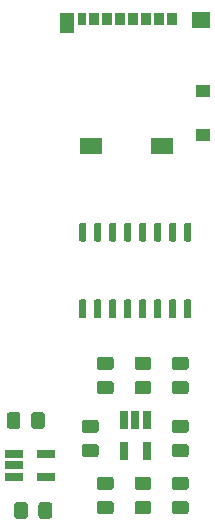
<source format=gbr>
G04 #@! TF.GenerationSoftware,KiCad,Pcbnew,(5.1.5)-3*
G04 #@! TF.CreationDate,2020-05-03T13:25:38+02:00*
G04 #@! TF.ProjectId,SPY_RECORDER-FBV010,5350595f-5245-4434-9f52-4445522d4642,v0.00*
G04 #@! TF.SameCoordinates,PX7d7a120PY7cfe0c0*
G04 #@! TF.FileFunction,Paste,Bot*
G04 #@! TF.FilePolarity,Positive*
%FSLAX46Y46*%
G04 Gerber Fmt 4.6, Leading zero omitted, Abs format (unit mm)*
G04 Created by KiCad (PCBNEW (5.1.5)-3) date 2020-05-03 13:25:38*
%MOMM*%
%LPD*%
G04 APERTURE LIST*
%ADD10C,0.100000*%
%ADD11R,0.850000X1.100000*%
%ADD12R,0.750000X1.100000*%
%ADD13R,1.170000X1.800000*%
%ADD14R,1.550000X1.350000*%
%ADD15R,1.200000X1.000000*%
%ADD16R,1.900000X1.350000*%
%ADD17R,1.560000X0.650000*%
%ADD18R,0.650000X1.560000*%
G04 APERTURE END LIST*
D10*
G36*
X3896505Y25082796D02*
G01*
X3920773Y25079196D01*
X3944572Y25073235D01*
X3967671Y25064970D01*
X3989850Y25054480D01*
X4010893Y25041868D01*
X4030599Y25027253D01*
X4048777Y25010777D01*
X4065253Y24992599D01*
X4079868Y24972893D01*
X4092480Y24951850D01*
X4102970Y24929671D01*
X4111235Y24906572D01*
X4117196Y24882773D01*
X4120796Y24858505D01*
X4122000Y24834001D01*
X4122000Y23933999D01*
X4120796Y23909495D01*
X4117196Y23885227D01*
X4111235Y23861428D01*
X4102970Y23838329D01*
X4092480Y23816150D01*
X4079868Y23795107D01*
X4065253Y23775401D01*
X4048777Y23757223D01*
X4030599Y23740747D01*
X4010893Y23726132D01*
X3989850Y23713520D01*
X3967671Y23703030D01*
X3944572Y23694765D01*
X3920773Y23688804D01*
X3896505Y23685204D01*
X3872001Y23684000D01*
X3221999Y23684000D01*
X3197495Y23685204D01*
X3173227Y23688804D01*
X3149428Y23694765D01*
X3126329Y23703030D01*
X3104150Y23713520D01*
X3083107Y23726132D01*
X3063401Y23740747D01*
X3045223Y23757223D01*
X3028747Y23775401D01*
X3014132Y23795107D01*
X3001520Y23816150D01*
X2991030Y23838329D01*
X2982765Y23861428D01*
X2976804Y23885227D01*
X2973204Y23909495D01*
X2972000Y23933999D01*
X2972000Y24834001D01*
X2973204Y24858505D01*
X2976804Y24882773D01*
X2982765Y24906572D01*
X2991030Y24929671D01*
X3001520Y24951850D01*
X3014132Y24972893D01*
X3028747Y24992599D01*
X3045223Y25010777D01*
X3063401Y25027253D01*
X3083107Y25041868D01*
X3104150Y25054480D01*
X3126329Y25064970D01*
X3149428Y25073235D01*
X3173227Y25079196D01*
X3197495Y25082796D01*
X3221999Y25084000D01*
X3872001Y25084000D01*
X3896505Y25082796D01*
G37*
G36*
X5946505Y25082796D02*
G01*
X5970773Y25079196D01*
X5994572Y25073235D01*
X6017671Y25064970D01*
X6039850Y25054480D01*
X6060893Y25041868D01*
X6080599Y25027253D01*
X6098777Y25010777D01*
X6115253Y24992599D01*
X6129868Y24972893D01*
X6142480Y24951850D01*
X6152970Y24929671D01*
X6161235Y24906572D01*
X6167196Y24882773D01*
X6170796Y24858505D01*
X6172000Y24834001D01*
X6172000Y23933999D01*
X6170796Y23909495D01*
X6167196Y23885227D01*
X6161235Y23861428D01*
X6152970Y23838329D01*
X6142480Y23816150D01*
X6129868Y23795107D01*
X6115253Y23775401D01*
X6098777Y23757223D01*
X6080599Y23740747D01*
X6060893Y23726132D01*
X6039850Y23713520D01*
X6017671Y23703030D01*
X5994572Y23694765D01*
X5970773Y23688804D01*
X5946505Y23685204D01*
X5922001Y23684000D01*
X5271999Y23684000D01*
X5247495Y23685204D01*
X5223227Y23688804D01*
X5199428Y23694765D01*
X5176329Y23703030D01*
X5154150Y23713520D01*
X5133107Y23726132D01*
X5113401Y23740747D01*
X5095223Y23757223D01*
X5078747Y23775401D01*
X5064132Y23795107D01*
X5051520Y23816150D01*
X5041030Y23838329D01*
X5032765Y23861428D01*
X5026804Y23885227D01*
X5023204Y23909495D01*
X5022000Y23933999D01*
X5022000Y24834001D01*
X5023204Y24858505D01*
X5026804Y24882773D01*
X5032765Y24906572D01*
X5041030Y24929671D01*
X5051520Y24951850D01*
X5064132Y24972893D01*
X5078747Y24992599D01*
X5095223Y25010777D01*
X5113401Y25027253D01*
X5133107Y25041868D01*
X5154150Y25054480D01*
X5176329Y25064970D01*
X5199428Y25073235D01*
X5223227Y25079196D01*
X5247495Y25082796D01*
X5271999Y25084000D01*
X5922001Y25084000D01*
X5946505Y25082796D01*
G37*
G36*
X4522505Y17462796D02*
G01*
X4546773Y17459196D01*
X4570572Y17453235D01*
X4593671Y17444970D01*
X4615850Y17434480D01*
X4636893Y17421868D01*
X4656599Y17407253D01*
X4674777Y17390777D01*
X4691253Y17372599D01*
X4705868Y17352893D01*
X4718480Y17331850D01*
X4728970Y17309671D01*
X4737235Y17286572D01*
X4743196Y17262773D01*
X4746796Y17238505D01*
X4748000Y17214001D01*
X4748000Y16313999D01*
X4746796Y16289495D01*
X4743196Y16265227D01*
X4737235Y16241428D01*
X4728970Y16218329D01*
X4718480Y16196150D01*
X4705868Y16175107D01*
X4691253Y16155401D01*
X4674777Y16137223D01*
X4656599Y16120747D01*
X4636893Y16106132D01*
X4615850Y16093520D01*
X4593671Y16083030D01*
X4570572Y16074765D01*
X4546773Y16068804D01*
X4522505Y16065204D01*
X4498001Y16064000D01*
X3847999Y16064000D01*
X3823495Y16065204D01*
X3799227Y16068804D01*
X3775428Y16074765D01*
X3752329Y16083030D01*
X3730150Y16093520D01*
X3709107Y16106132D01*
X3689401Y16120747D01*
X3671223Y16137223D01*
X3654747Y16155401D01*
X3640132Y16175107D01*
X3627520Y16196150D01*
X3617030Y16218329D01*
X3608765Y16241428D01*
X3602804Y16265227D01*
X3599204Y16289495D01*
X3598000Y16313999D01*
X3598000Y17214001D01*
X3599204Y17238505D01*
X3602804Y17262773D01*
X3608765Y17286572D01*
X3617030Y17309671D01*
X3627520Y17331850D01*
X3640132Y17352893D01*
X3654747Y17372599D01*
X3671223Y17390777D01*
X3689401Y17407253D01*
X3709107Y17421868D01*
X3730150Y17434480D01*
X3752329Y17444970D01*
X3775428Y17453235D01*
X3799227Y17459196D01*
X3823495Y17462796D01*
X3847999Y17464000D01*
X4498001Y17464000D01*
X4522505Y17462796D01*
G37*
G36*
X6572505Y17462796D02*
G01*
X6596773Y17459196D01*
X6620572Y17453235D01*
X6643671Y17444970D01*
X6665850Y17434480D01*
X6686893Y17421868D01*
X6706599Y17407253D01*
X6724777Y17390777D01*
X6741253Y17372599D01*
X6755868Y17352893D01*
X6768480Y17331850D01*
X6778970Y17309671D01*
X6787235Y17286572D01*
X6793196Y17262773D01*
X6796796Y17238505D01*
X6798000Y17214001D01*
X6798000Y16313999D01*
X6796796Y16289495D01*
X6793196Y16265227D01*
X6787235Y16241428D01*
X6778970Y16218329D01*
X6768480Y16196150D01*
X6755868Y16175107D01*
X6741253Y16155401D01*
X6724777Y16137223D01*
X6706599Y16120747D01*
X6686893Y16106132D01*
X6665850Y16093520D01*
X6643671Y16083030D01*
X6620572Y16074765D01*
X6596773Y16068804D01*
X6572505Y16065204D01*
X6548001Y16064000D01*
X5897999Y16064000D01*
X5873495Y16065204D01*
X5849227Y16068804D01*
X5825428Y16074765D01*
X5802329Y16083030D01*
X5780150Y16093520D01*
X5759107Y16106132D01*
X5739401Y16120747D01*
X5721223Y16137223D01*
X5704747Y16155401D01*
X5690132Y16175107D01*
X5677520Y16196150D01*
X5667030Y16218329D01*
X5658765Y16241428D01*
X5652804Y16265227D01*
X5649204Y16289495D01*
X5648000Y16313999D01*
X5648000Y17214001D01*
X5649204Y17238505D01*
X5652804Y17262773D01*
X5658765Y17286572D01*
X5667030Y17309671D01*
X5677520Y17331850D01*
X5690132Y17352893D01*
X5704747Y17372599D01*
X5721223Y17390777D01*
X5739401Y17407253D01*
X5759107Y17421868D01*
X5780150Y17434480D01*
X5802329Y17444970D01*
X5825428Y17453235D01*
X5849227Y17459196D01*
X5873495Y17462796D01*
X5897999Y17464000D01*
X6548001Y17464000D01*
X6572505Y17462796D01*
G37*
G36*
X14952505Y19632796D02*
G01*
X14976773Y19629196D01*
X15000572Y19623235D01*
X15023671Y19614970D01*
X15045850Y19604480D01*
X15066893Y19591868D01*
X15086599Y19577253D01*
X15104777Y19560777D01*
X15121253Y19542599D01*
X15135868Y19522893D01*
X15148480Y19501850D01*
X15158970Y19479671D01*
X15167235Y19456572D01*
X15173196Y19432773D01*
X15176796Y19408505D01*
X15178000Y19384001D01*
X15178000Y18733999D01*
X15176796Y18709495D01*
X15173196Y18685227D01*
X15167235Y18661428D01*
X15158970Y18638329D01*
X15148480Y18616150D01*
X15135868Y18595107D01*
X15121253Y18575401D01*
X15104777Y18557223D01*
X15086599Y18540747D01*
X15066893Y18526132D01*
X15045850Y18513520D01*
X15023671Y18503030D01*
X15000572Y18494765D01*
X14976773Y18488804D01*
X14952505Y18485204D01*
X14928001Y18484000D01*
X14027999Y18484000D01*
X14003495Y18485204D01*
X13979227Y18488804D01*
X13955428Y18494765D01*
X13932329Y18503030D01*
X13910150Y18513520D01*
X13889107Y18526132D01*
X13869401Y18540747D01*
X13851223Y18557223D01*
X13834747Y18575401D01*
X13820132Y18595107D01*
X13807520Y18616150D01*
X13797030Y18638329D01*
X13788765Y18661428D01*
X13782804Y18685227D01*
X13779204Y18709495D01*
X13778000Y18733999D01*
X13778000Y19384001D01*
X13779204Y19408505D01*
X13782804Y19432773D01*
X13788765Y19456572D01*
X13797030Y19479671D01*
X13807520Y19501850D01*
X13820132Y19522893D01*
X13834747Y19542599D01*
X13851223Y19560777D01*
X13869401Y19577253D01*
X13889107Y19591868D01*
X13910150Y19604480D01*
X13932329Y19614970D01*
X13955428Y19623235D01*
X13979227Y19629196D01*
X14003495Y19632796D01*
X14027999Y19634000D01*
X14928001Y19634000D01*
X14952505Y19632796D01*
G37*
G36*
X14952505Y17582796D02*
G01*
X14976773Y17579196D01*
X15000572Y17573235D01*
X15023671Y17564970D01*
X15045850Y17554480D01*
X15066893Y17541868D01*
X15086599Y17527253D01*
X15104777Y17510777D01*
X15121253Y17492599D01*
X15135868Y17472893D01*
X15148480Y17451850D01*
X15158970Y17429671D01*
X15167235Y17406572D01*
X15173196Y17382773D01*
X15176796Y17358505D01*
X15178000Y17334001D01*
X15178000Y16683999D01*
X15176796Y16659495D01*
X15173196Y16635227D01*
X15167235Y16611428D01*
X15158970Y16588329D01*
X15148480Y16566150D01*
X15135868Y16545107D01*
X15121253Y16525401D01*
X15104777Y16507223D01*
X15086599Y16490747D01*
X15066893Y16476132D01*
X15045850Y16463520D01*
X15023671Y16453030D01*
X15000572Y16444765D01*
X14976773Y16438804D01*
X14952505Y16435204D01*
X14928001Y16434000D01*
X14027999Y16434000D01*
X14003495Y16435204D01*
X13979227Y16438804D01*
X13955428Y16444765D01*
X13932329Y16453030D01*
X13910150Y16463520D01*
X13889107Y16476132D01*
X13869401Y16490747D01*
X13851223Y16507223D01*
X13834747Y16525401D01*
X13820132Y16545107D01*
X13807520Y16566150D01*
X13797030Y16588329D01*
X13788765Y16611428D01*
X13782804Y16635227D01*
X13779204Y16659495D01*
X13778000Y16683999D01*
X13778000Y17334001D01*
X13779204Y17358505D01*
X13782804Y17382773D01*
X13788765Y17406572D01*
X13797030Y17429671D01*
X13807520Y17451850D01*
X13820132Y17472893D01*
X13834747Y17492599D01*
X13851223Y17510777D01*
X13869401Y17527253D01*
X13889107Y17541868D01*
X13910150Y17554480D01*
X13932329Y17564970D01*
X13955428Y17573235D01*
X13979227Y17579196D01*
X14003495Y17582796D01*
X14027999Y17584000D01*
X14928001Y17584000D01*
X14952505Y17582796D01*
G37*
G36*
X11777505Y27742796D02*
G01*
X11801773Y27739196D01*
X11825572Y27733235D01*
X11848671Y27724970D01*
X11870850Y27714480D01*
X11891893Y27701868D01*
X11911599Y27687253D01*
X11929777Y27670777D01*
X11946253Y27652599D01*
X11960868Y27632893D01*
X11973480Y27611850D01*
X11983970Y27589671D01*
X11992235Y27566572D01*
X11998196Y27542773D01*
X12001796Y27518505D01*
X12003000Y27494001D01*
X12003000Y26843999D01*
X12001796Y26819495D01*
X11998196Y26795227D01*
X11992235Y26771428D01*
X11983970Y26748329D01*
X11973480Y26726150D01*
X11960868Y26705107D01*
X11946253Y26685401D01*
X11929777Y26667223D01*
X11911599Y26650747D01*
X11891893Y26636132D01*
X11870850Y26623520D01*
X11848671Y26613030D01*
X11825572Y26604765D01*
X11801773Y26598804D01*
X11777505Y26595204D01*
X11753001Y26594000D01*
X10852999Y26594000D01*
X10828495Y26595204D01*
X10804227Y26598804D01*
X10780428Y26604765D01*
X10757329Y26613030D01*
X10735150Y26623520D01*
X10714107Y26636132D01*
X10694401Y26650747D01*
X10676223Y26667223D01*
X10659747Y26685401D01*
X10645132Y26705107D01*
X10632520Y26726150D01*
X10622030Y26748329D01*
X10613765Y26771428D01*
X10607804Y26795227D01*
X10604204Y26819495D01*
X10603000Y26843999D01*
X10603000Y27494001D01*
X10604204Y27518505D01*
X10607804Y27542773D01*
X10613765Y27566572D01*
X10622030Y27589671D01*
X10632520Y27611850D01*
X10645132Y27632893D01*
X10659747Y27652599D01*
X10676223Y27670777D01*
X10694401Y27687253D01*
X10714107Y27701868D01*
X10735150Y27714480D01*
X10757329Y27724970D01*
X10780428Y27733235D01*
X10804227Y27739196D01*
X10828495Y27742796D01*
X10852999Y27744000D01*
X11753001Y27744000D01*
X11777505Y27742796D01*
G37*
G36*
X11777505Y29792796D02*
G01*
X11801773Y29789196D01*
X11825572Y29783235D01*
X11848671Y29774970D01*
X11870850Y29764480D01*
X11891893Y29751868D01*
X11911599Y29737253D01*
X11929777Y29720777D01*
X11946253Y29702599D01*
X11960868Y29682893D01*
X11973480Y29661850D01*
X11983970Y29639671D01*
X11992235Y29616572D01*
X11998196Y29592773D01*
X12001796Y29568505D01*
X12003000Y29544001D01*
X12003000Y28893999D01*
X12001796Y28869495D01*
X11998196Y28845227D01*
X11992235Y28821428D01*
X11983970Y28798329D01*
X11973480Y28776150D01*
X11960868Y28755107D01*
X11946253Y28735401D01*
X11929777Y28717223D01*
X11911599Y28700747D01*
X11891893Y28686132D01*
X11870850Y28673520D01*
X11848671Y28663030D01*
X11825572Y28654765D01*
X11801773Y28648804D01*
X11777505Y28645204D01*
X11753001Y28644000D01*
X10852999Y28644000D01*
X10828495Y28645204D01*
X10804227Y28648804D01*
X10780428Y28654765D01*
X10757329Y28663030D01*
X10735150Y28673520D01*
X10714107Y28686132D01*
X10694401Y28700747D01*
X10676223Y28717223D01*
X10659747Y28735401D01*
X10645132Y28755107D01*
X10632520Y28776150D01*
X10622030Y28798329D01*
X10613765Y28821428D01*
X10607804Y28845227D01*
X10604204Y28869495D01*
X10603000Y28893999D01*
X10603000Y29544001D01*
X10604204Y29568505D01*
X10607804Y29592773D01*
X10613765Y29616572D01*
X10622030Y29639671D01*
X10632520Y29661850D01*
X10645132Y29682893D01*
X10659747Y29702599D01*
X10676223Y29720777D01*
X10694401Y29737253D01*
X10714107Y29751868D01*
X10735150Y29764480D01*
X10757329Y29774970D01*
X10780428Y29783235D01*
X10804227Y29789196D01*
X10828495Y29792796D01*
X10852999Y29794000D01*
X11753001Y29794000D01*
X11777505Y29792796D01*
G37*
G36*
X10507505Y24458796D02*
G01*
X10531773Y24455196D01*
X10555572Y24449235D01*
X10578671Y24440970D01*
X10600850Y24430480D01*
X10621893Y24417868D01*
X10641599Y24403253D01*
X10659777Y24386777D01*
X10676253Y24368599D01*
X10690868Y24348893D01*
X10703480Y24327850D01*
X10713970Y24305671D01*
X10722235Y24282572D01*
X10728196Y24258773D01*
X10731796Y24234505D01*
X10733000Y24210001D01*
X10733000Y23559999D01*
X10731796Y23535495D01*
X10728196Y23511227D01*
X10722235Y23487428D01*
X10713970Y23464329D01*
X10703480Y23442150D01*
X10690868Y23421107D01*
X10676253Y23401401D01*
X10659777Y23383223D01*
X10641599Y23366747D01*
X10621893Y23352132D01*
X10600850Y23339520D01*
X10578671Y23329030D01*
X10555572Y23320765D01*
X10531773Y23314804D01*
X10507505Y23311204D01*
X10483001Y23310000D01*
X9582999Y23310000D01*
X9558495Y23311204D01*
X9534227Y23314804D01*
X9510428Y23320765D01*
X9487329Y23329030D01*
X9465150Y23339520D01*
X9444107Y23352132D01*
X9424401Y23366747D01*
X9406223Y23383223D01*
X9389747Y23401401D01*
X9375132Y23421107D01*
X9362520Y23442150D01*
X9352030Y23464329D01*
X9343765Y23487428D01*
X9337804Y23511227D01*
X9334204Y23535495D01*
X9333000Y23559999D01*
X9333000Y24210001D01*
X9334204Y24234505D01*
X9337804Y24258773D01*
X9343765Y24282572D01*
X9352030Y24305671D01*
X9362520Y24327850D01*
X9375132Y24348893D01*
X9389747Y24368599D01*
X9406223Y24386777D01*
X9424401Y24403253D01*
X9444107Y24417868D01*
X9465150Y24430480D01*
X9487329Y24440970D01*
X9510428Y24449235D01*
X9534227Y24455196D01*
X9558495Y24458796D01*
X9582999Y24460000D01*
X10483001Y24460000D01*
X10507505Y24458796D01*
G37*
G36*
X10507505Y22408796D02*
G01*
X10531773Y22405196D01*
X10555572Y22399235D01*
X10578671Y22390970D01*
X10600850Y22380480D01*
X10621893Y22367868D01*
X10641599Y22353253D01*
X10659777Y22336777D01*
X10676253Y22318599D01*
X10690868Y22298893D01*
X10703480Y22277850D01*
X10713970Y22255671D01*
X10722235Y22232572D01*
X10728196Y22208773D01*
X10731796Y22184505D01*
X10733000Y22160001D01*
X10733000Y21509999D01*
X10731796Y21485495D01*
X10728196Y21461227D01*
X10722235Y21437428D01*
X10713970Y21414329D01*
X10703480Y21392150D01*
X10690868Y21371107D01*
X10676253Y21351401D01*
X10659777Y21333223D01*
X10641599Y21316747D01*
X10621893Y21302132D01*
X10600850Y21289520D01*
X10578671Y21279030D01*
X10555572Y21270765D01*
X10531773Y21264804D01*
X10507505Y21261204D01*
X10483001Y21260000D01*
X9582999Y21260000D01*
X9558495Y21261204D01*
X9534227Y21264804D01*
X9510428Y21270765D01*
X9487329Y21279030D01*
X9465150Y21289520D01*
X9444107Y21302132D01*
X9424401Y21316747D01*
X9406223Y21333223D01*
X9389747Y21351401D01*
X9375132Y21371107D01*
X9362520Y21392150D01*
X9352030Y21414329D01*
X9343765Y21437428D01*
X9337804Y21461227D01*
X9334204Y21485495D01*
X9333000Y21509999D01*
X9333000Y22160001D01*
X9334204Y22184505D01*
X9337804Y22208773D01*
X9343765Y22232572D01*
X9352030Y22255671D01*
X9362520Y22277850D01*
X9375132Y22298893D01*
X9389747Y22318599D01*
X9406223Y22336777D01*
X9424401Y22353253D01*
X9444107Y22367868D01*
X9465150Y22380480D01*
X9487329Y22390970D01*
X9510428Y22399235D01*
X9534227Y22405196D01*
X9558495Y22408796D01*
X9582999Y22410000D01*
X10483001Y22410000D01*
X10507505Y22408796D01*
G37*
D11*
X16948000Y58409000D03*
D12*
X9298000Y58409000D03*
D11*
X15848000Y58409000D03*
X14748000Y58409000D03*
X13648000Y58409000D03*
X12548000Y58409000D03*
X11448000Y58409000D03*
X10348000Y58409000D03*
D13*
X8088000Y58059000D03*
D14*
X19408000Y58284000D03*
D15*
X19583000Y48559000D03*
X19583000Y52259000D03*
D16*
X16083000Y47584000D03*
X10113000Y47584000D03*
D10*
G36*
X11777505Y19632796D02*
G01*
X11801773Y19629196D01*
X11825572Y19623235D01*
X11848671Y19614970D01*
X11870850Y19604480D01*
X11891893Y19591868D01*
X11911599Y19577253D01*
X11929777Y19560777D01*
X11946253Y19542599D01*
X11960868Y19522893D01*
X11973480Y19501850D01*
X11983970Y19479671D01*
X11992235Y19456572D01*
X11998196Y19432773D01*
X12001796Y19408505D01*
X12003000Y19384001D01*
X12003000Y18733999D01*
X12001796Y18709495D01*
X11998196Y18685227D01*
X11992235Y18661428D01*
X11983970Y18638329D01*
X11973480Y18616150D01*
X11960868Y18595107D01*
X11946253Y18575401D01*
X11929777Y18557223D01*
X11911599Y18540747D01*
X11891893Y18526132D01*
X11870850Y18513520D01*
X11848671Y18503030D01*
X11825572Y18494765D01*
X11801773Y18488804D01*
X11777505Y18485204D01*
X11753001Y18484000D01*
X10852999Y18484000D01*
X10828495Y18485204D01*
X10804227Y18488804D01*
X10780428Y18494765D01*
X10757329Y18503030D01*
X10735150Y18513520D01*
X10714107Y18526132D01*
X10694401Y18540747D01*
X10676223Y18557223D01*
X10659747Y18575401D01*
X10645132Y18595107D01*
X10632520Y18616150D01*
X10622030Y18638329D01*
X10613765Y18661428D01*
X10607804Y18685227D01*
X10604204Y18709495D01*
X10603000Y18733999D01*
X10603000Y19384001D01*
X10604204Y19408505D01*
X10607804Y19432773D01*
X10613765Y19456572D01*
X10622030Y19479671D01*
X10632520Y19501850D01*
X10645132Y19522893D01*
X10659747Y19542599D01*
X10676223Y19560777D01*
X10694401Y19577253D01*
X10714107Y19591868D01*
X10735150Y19604480D01*
X10757329Y19614970D01*
X10780428Y19623235D01*
X10804227Y19629196D01*
X10828495Y19632796D01*
X10852999Y19634000D01*
X11753001Y19634000D01*
X11777505Y19632796D01*
G37*
G36*
X11777505Y17582796D02*
G01*
X11801773Y17579196D01*
X11825572Y17573235D01*
X11848671Y17564970D01*
X11870850Y17554480D01*
X11891893Y17541868D01*
X11911599Y17527253D01*
X11929777Y17510777D01*
X11946253Y17492599D01*
X11960868Y17472893D01*
X11973480Y17451850D01*
X11983970Y17429671D01*
X11992235Y17406572D01*
X11998196Y17382773D01*
X12001796Y17358505D01*
X12003000Y17334001D01*
X12003000Y16683999D01*
X12001796Y16659495D01*
X11998196Y16635227D01*
X11992235Y16611428D01*
X11983970Y16588329D01*
X11973480Y16566150D01*
X11960868Y16545107D01*
X11946253Y16525401D01*
X11929777Y16507223D01*
X11911599Y16490747D01*
X11891893Y16476132D01*
X11870850Y16463520D01*
X11848671Y16453030D01*
X11825572Y16444765D01*
X11801773Y16438804D01*
X11777505Y16435204D01*
X11753001Y16434000D01*
X10852999Y16434000D01*
X10828495Y16435204D01*
X10804227Y16438804D01*
X10780428Y16444765D01*
X10757329Y16453030D01*
X10735150Y16463520D01*
X10714107Y16476132D01*
X10694401Y16490747D01*
X10676223Y16507223D01*
X10659747Y16525401D01*
X10645132Y16545107D01*
X10632520Y16566150D01*
X10622030Y16588329D01*
X10613765Y16611428D01*
X10607804Y16635227D01*
X10604204Y16659495D01*
X10603000Y16683999D01*
X10603000Y17334001D01*
X10604204Y17358505D01*
X10607804Y17382773D01*
X10613765Y17406572D01*
X10622030Y17429671D01*
X10632520Y17451850D01*
X10645132Y17472893D01*
X10659747Y17492599D01*
X10676223Y17510777D01*
X10694401Y17527253D01*
X10714107Y17541868D01*
X10735150Y17554480D01*
X10757329Y17564970D01*
X10780428Y17573235D01*
X10804227Y17579196D01*
X10828495Y17582796D01*
X10852999Y17584000D01*
X11753001Y17584000D01*
X11777505Y17582796D01*
G37*
G36*
X18127505Y17582796D02*
G01*
X18151773Y17579196D01*
X18175572Y17573235D01*
X18198671Y17564970D01*
X18220850Y17554480D01*
X18241893Y17541868D01*
X18261599Y17527253D01*
X18279777Y17510777D01*
X18296253Y17492599D01*
X18310868Y17472893D01*
X18323480Y17451850D01*
X18333970Y17429671D01*
X18342235Y17406572D01*
X18348196Y17382773D01*
X18351796Y17358505D01*
X18353000Y17334001D01*
X18353000Y16683999D01*
X18351796Y16659495D01*
X18348196Y16635227D01*
X18342235Y16611428D01*
X18333970Y16588329D01*
X18323480Y16566150D01*
X18310868Y16545107D01*
X18296253Y16525401D01*
X18279777Y16507223D01*
X18261599Y16490747D01*
X18241893Y16476132D01*
X18220850Y16463520D01*
X18198671Y16453030D01*
X18175572Y16444765D01*
X18151773Y16438804D01*
X18127505Y16435204D01*
X18103001Y16434000D01*
X17202999Y16434000D01*
X17178495Y16435204D01*
X17154227Y16438804D01*
X17130428Y16444765D01*
X17107329Y16453030D01*
X17085150Y16463520D01*
X17064107Y16476132D01*
X17044401Y16490747D01*
X17026223Y16507223D01*
X17009747Y16525401D01*
X16995132Y16545107D01*
X16982520Y16566150D01*
X16972030Y16588329D01*
X16963765Y16611428D01*
X16957804Y16635227D01*
X16954204Y16659495D01*
X16953000Y16683999D01*
X16953000Y17334001D01*
X16954204Y17358505D01*
X16957804Y17382773D01*
X16963765Y17406572D01*
X16972030Y17429671D01*
X16982520Y17451850D01*
X16995132Y17472893D01*
X17009747Y17492599D01*
X17026223Y17510777D01*
X17044401Y17527253D01*
X17064107Y17541868D01*
X17085150Y17554480D01*
X17107329Y17564970D01*
X17130428Y17573235D01*
X17154227Y17579196D01*
X17178495Y17582796D01*
X17202999Y17584000D01*
X18103001Y17584000D01*
X18127505Y17582796D01*
G37*
G36*
X18127505Y19632796D02*
G01*
X18151773Y19629196D01*
X18175572Y19623235D01*
X18198671Y19614970D01*
X18220850Y19604480D01*
X18241893Y19591868D01*
X18261599Y19577253D01*
X18279777Y19560777D01*
X18296253Y19542599D01*
X18310868Y19522893D01*
X18323480Y19501850D01*
X18333970Y19479671D01*
X18342235Y19456572D01*
X18348196Y19432773D01*
X18351796Y19408505D01*
X18353000Y19384001D01*
X18353000Y18733999D01*
X18351796Y18709495D01*
X18348196Y18685227D01*
X18342235Y18661428D01*
X18333970Y18638329D01*
X18323480Y18616150D01*
X18310868Y18595107D01*
X18296253Y18575401D01*
X18279777Y18557223D01*
X18261599Y18540747D01*
X18241893Y18526132D01*
X18220850Y18513520D01*
X18198671Y18503030D01*
X18175572Y18494765D01*
X18151773Y18488804D01*
X18127505Y18485204D01*
X18103001Y18484000D01*
X17202999Y18484000D01*
X17178495Y18485204D01*
X17154227Y18488804D01*
X17130428Y18494765D01*
X17107329Y18503030D01*
X17085150Y18513520D01*
X17064107Y18526132D01*
X17044401Y18540747D01*
X17026223Y18557223D01*
X17009747Y18575401D01*
X16995132Y18595107D01*
X16982520Y18616150D01*
X16972030Y18638329D01*
X16963765Y18661428D01*
X16957804Y18685227D01*
X16954204Y18709495D01*
X16953000Y18733999D01*
X16953000Y19384001D01*
X16954204Y19408505D01*
X16957804Y19432773D01*
X16963765Y19456572D01*
X16972030Y19479671D01*
X16982520Y19501850D01*
X16995132Y19522893D01*
X17009747Y19542599D01*
X17026223Y19560777D01*
X17044401Y19577253D01*
X17064107Y19591868D01*
X17085150Y19604480D01*
X17107329Y19614970D01*
X17130428Y19623235D01*
X17154227Y19629196D01*
X17178495Y19632796D01*
X17202999Y19634000D01*
X18103001Y19634000D01*
X18127505Y19632796D01*
G37*
G36*
X18127505Y29792796D02*
G01*
X18151773Y29789196D01*
X18175572Y29783235D01*
X18198671Y29774970D01*
X18220850Y29764480D01*
X18241893Y29751868D01*
X18261599Y29737253D01*
X18279777Y29720777D01*
X18296253Y29702599D01*
X18310868Y29682893D01*
X18323480Y29661850D01*
X18333970Y29639671D01*
X18342235Y29616572D01*
X18348196Y29592773D01*
X18351796Y29568505D01*
X18353000Y29544001D01*
X18353000Y28893999D01*
X18351796Y28869495D01*
X18348196Y28845227D01*
X18342235Y28821428D01*
X18333970Y28798329D01*
X18323480Y28776150D01*
X18310868Y28755107D01*
X18296253Y28735401D01*
X18279777Y28717223D01*
X18261599Y28700747D01*
X18241893Y28686132D01*
X18220850Y28673520D01*
X18198671Y28663030D01*
X18175572Y28654765D01*
X18151773Y28648804D01*
X18127505Y28645204D01*
X18103001Y28644000D01*
X17202999Y28644000D01*
X17178495Y28645204D01*
X17154227Y28648804D01*
X17130428Y28654765D01*
X17107329Y28663030D01*
X17085150Y28673520D01*
X17064107Y28686132D01*
X17044401Y28700747D01*
X17026223Y28717223D01*
X17009747Y28735401D01*
X16995132Y28755107D01*
X16982520Y28776150D01*
X16972030Y28798329D01*
X16963765Y28821428D01*
X16957804Y28845227D01*
X16954204Y28869495D01*
X16953000Y28893999D01*
X16953000Y29544001D01*
X16954204Y29568505D01*
X16957804Y29592773D01*
X16963765Y29616572D01*
X16972030Y29639671D01*
X16982520Y29661850D01*
X16995132Y29682893D01*
X17009747Y29702599D01*
X17026223Y29720777D01*
X17044401Y29737253D01*
X17064107Y29751868D01*
X17085150Y29764480D01*
X17107329Y29774970D01*
X17130428Y29783235D01*
X17154227Y29789196D01*
X17178495Y29792796D01*
X17202999Y29794000D01*
X18103001Y29794000D01*
X18127505Y29792796D01*
G37*
G36*
X18127505Y27742796D02*
G01*
X18151773Y27739196D01*
X18175572Y27733235D01*
X18198671Y27724970D01*
X18220850Y27714480D01*
X18241893Y27701868D01*
X18261599Y27687253D01*
X18279777Y27670777D01*
X18296253Y27652599D01*
X18310868Y27632893D01*
X18323480Y27611850D01*
X18333970Y27589671D01*
X18342235Y27566572D01*
X18348196Y27542773D01*
X18351796Y27518505D01*
X18353000Y27494001D01*
X18353000Y26843999D01*
X18351796Y26819495D01*
X18348196Y26795227D01*
X18342235Y26771428D01*
X18333970Y26748329D01*
X18323480Y26726150D01*
X18310868Y26705107D01*
X18296253Y26685401D01*
X18279777Y26667223D01*
X18261599Y26650747D01*
X18241893Y26636132D01*
X18220850Y26623520D01*
X18198671Y26613030D01*
X18175572Y26604765D01*
X18151773Y26598804D01*
X18127505Y26595204D01*
X18103001Y26594000D01*
X17202999Y26594000D01*
X17178495Y26595204D01*
X17154227Y26598804D01*
X17130428Y26604765D01*
X17107329Y26613030D01*
X17085150Y26623520D01*
X17064107Y26636132D01*
X17044401Y26650747D01*
X17026223Y26667223D01*
X17009747Y26685401D01*
X16995132Y26705107D01*
X16982520Y26726150D01*
X16972030Y26748329D01*
X16963765Y26771428D01*
X16957804Y26795227D01*
X16954204Y26819495D01*
X16953000Y26843999D01*
X16953000Y27494001D01*
X16954204Y27518505D01*
X16957804Y27542773D01*
X16963765Y27566572D01*
X16972030Y27589671D01*
X16982520Y27611850D01*
X16995132Y27632893D01*
X17009747Y27652599D01*
X17026223Y27670777D01*
X17044401Y27687253D01*
X17064107Y27701868D01*
X17085150Y27714480D01*
X17107329Y27724970D01*
X17130428Y27733235D01*
X17154227Y27739196D01*
X17178495Y27742796D01*
X17202999Y27744000D01*
X18103001Y27744000D01*
X18127505Y27742796D01*
G37*
G36*
X14952505Y29792796D02*
G01*
X14976773Y29789196D01*
X15000572Y29783235D01*
X15023671Y29774970D01*
X15045850Y29764480D01*
X15066893Y29751868D01*
X15086599Y29737253D01*
X15104777Y29720777D01*
X15121253Y29702599D01*
X15135868Y29682893D01*
X15148480Y29661850D01*
X15158970Y29639671D01*
X15167235Y29616572D01*
X15173196Y29592773D01*
X15176796Y29568505D01*
X15178000Y29544001D01*
X15178000Y28893999D01*
X15176796Y28869495D01*
X15173196Y28845227D01*
X15167235Y28821428D01*
X15158970Y28798329D01*
X15148480Y28776150D01*
X15135868Y28755107D01*
X15121253Y28735401D01*
X15104777Y28717223D01*
X15086599Y28700747D01*
X15066893Y28686132D01*
X15045850Y28673520D01*
X15023671Y28663030D01*
X15000572Y28654765D01*
X14976773Y28648804D01*
X14952505Y28645204D01*
X14928001Y28644000D01*
X14027999Y28644000D01*
X14003495Y28645204D01*
X13979227Y28648804D01*
X13955428Y28654765D01*
X13932329Y28663030D01*
X13910150Y28673520D01*
X13889107Y28686132D01*
X13869401Y28700747D01*
X13851223Y28717223D01*
X13834747Y28735401D01*
X13820132Y28755107D01*
X13807520Y28776150D01*
X13797030Y28798329D01*
X13788765Y28821428D01*
X13782804Y28845227D01*
X13779204Y28869495D01*
X13778000Y28893999D01*
X13778000Y29544001D01*
X13779204Y29568505D01*
X13782804Y29592773D01*
X13788765Y29616572D01*
X13797030Y29639671D01*
X13807520Y29661850D01*
X13820132Y29682893D01*
X13834747Y29702599D01*
X13851223Y29720777D01*
X13869401Y29737253D01*
X13889107Y29751868D01*
X13910150Y29764480D01*
X13932329Y29774970D01*
X13955428Y29783235D01*
X13979227Y29789196D01*
X14003495Y29792796D01*
X14027999Y29794000D01*
X14928001Y29794000D01*
X14952505Y29792796D01*
G37*
G36*
X14952505Y27742796D02*
G01*
X14976773Y27739196D01*
X15000572Y27733235D01*
X15023671Y27724970D01*
X15045850Y27714480D01*
X15066893Y27701868D01*
X15086599Y27687253D01*
X15104777Y27670777D01*
X15121253Y27652599D01*
X15135868Y27632893D01*
X15148480Y27611850D01*
X15158970Y27589671D01*
X15167235Y27566572D01*
X15173196Y27542773D01*
X15176796Y27518505D01*
X15178000Y27494001D01*
X15178000Y26843999D01*
X15176796Y26819495D01*
X15173196Y26795227D01*
X15167235Y26771428D01*
X15158970Y26748329D01*
X15148480Y26726150D01*
X15135868Y26705107D01*
X15121253Y26685401D01*
X15104777Y26667223D01*
X15086599Y26650747D01*
X15066893Y26636132D01*
X15045850Y26623520D01*
X15023671Y26613030D01*
X15000572Y26604765D01*
X14976773Y26598804D01*
X14952505Y26595204D01*
X14928001Y26594000D01*
X14027999Y26594000D01*
X14003495Y26595204D01*
X13979227Y26598804D01*
X13955428Y26604765D01*
X13932329Y26613030D01*
X13910150Y26623520D01*
X13889107Y26636132D01*
X13869401Y26650747D01*
X13851223Y26667223D01*
X13834747Y26685401D01*
X13820132Y26705107D01*
X13807520Y26726150D01*
X13797030Y26748329D01*
X13788765Y26771428D01*
X13782804Y26795227D01*
X13779204Y26819495D01*
X13778000Y26843999D01*
X13778000Y27494001D01*
X13779204Y27518505D01*
X13782804Y27542773D01*
X13788765Y27566572D01*
X13797030Y27589671D01*
X13807520Y27611850D01*
X13820132Y27632893D01*
X13834747Y27652599D01*
X13851223Y27670777D01*
X13869401Y27687253D01*
X13889107Y27701868D01*
X13910150Y27714480D01*
X13932329Y27724970D01*
X13955428Y27733235D01*
X13979227Y27739196D01*
X14003495Y27742796D01*
X14027999Y27744000D01*
X14928001Y27744000D01*
X14952505Y27742796D01*
G37*
G36*
X18127505Y24458796D02*
G01*
X18151773Y24455196D01*
X18175572Y24449235D01*
X18198671Y24440970D01*
X18220850Y24430480D01*
X18241893Y24417868D01*
X18261599Y24403253D01*
X18279777Y24386777D01*
X18296253Y24368599D01*
X18310868Y24348893D01*
X18323480Y24327850D01*
X18333970Y24305671D01*
X18342235Y24282572D01*
X18348196Y24258773D01*
X18351796Y24234505D01*
X18353000Y24210001D01*
X18353000Y23559999D01*
X18351796Y23535495D01*
X18348196Y23511227D01*
X18342235Y23487428D01*
X18333970Y23464329D01*
X18323480Y23442150D01*
X18310868Y23421107D01*
X18296253Y23401401D01*
X18279777Y23383223D01*
X18261599Y23366747D01*
X18241893Y23352132D01*
X18220850Y23339520D01*
X18198671Y23329030D01*
X18175572Y23320765D01*
X18151773Y23314804D01*
X18127505Y23311204D01*
X18103001Y23310000D01*
X17202999Y23310000D01*
X17178495Y23311204D01*
X17154227Y23314804D01*
X17130428Y23320765D01*
X17107329Y23329030D01*
X17085150Y23339520D01*
X17064107Y23352132D01*
X17044401Y23366747D01*
X17026223Y23383223D01*
X17009747Y23401401D01*
X16995132Y23421107D01*
X16982520Y23442150D01*
X16972030Y23464329D01*
X16963765Y23487428D01*
X16957804Y23511227D01*
X16954204Y23535495D01*
X16953000Y23559999D01*
X16953000Y24210001D01*
X16954204Y24234505D01*
X16957804Y24258773D01*
X16963765Y24282572D01*
X16972030Y24305671D01*
X16982520Y24327850D01*
X16995132Y24348893D01*
X17009747Y24368599D01*
X17026223Y24386777D01*
X17044401Y24403253D01*
X17064107Y24417868D01*
X17085150Y24430480D01*
X17107329Y24440970D01*
X17130428Y24449235D01*
X17154227Y24455196D01*
X17178495Y24458796D01*
X17202999Y24460000D01*
X18103001Y24460000D01*
X18127505Y24458796D01*
G37*
G36*
X18127505Y22408796D02*
G01*
X18151773Y22405196D01*
X18175572Y22399235D01*
X18198671Y22390970D01*
X18220850Y22380480D01*
X18241893Y22367868D01*
X18261599Y22353253D01*
X18279777Y22336777D01*
X18296253Y22318599D01*
X18310868Y22298893D01*
X18323480Y22277850D01*
X18333970Y22255671D01*
X18342235Y22232572D01*
X18348196Y22208773D01*
X18351796Y22184505D01*
X18353000Y22160001D01*
X18353000Y21509999D01*
X18351796Y21485495D01*
X18348196Y21461227D01*
X18342235Y21437428D01*
X18333970Y21414329D01*
X18323480Y21392150D01*
X18310868Y21371107D01*
X18296253Y21351401D01*
X18279777Y21333223D01*
X18261599Y21316747D01*
X18241893Y21302132D01*
X18220850Y21289520D01*
X18198671Y21279030D01*
X18175572Y21270765D01*
X18151773Y21264804D01*
X18127505Y21261204D01*
X18103001Y21260000D01*
X17202999Y21260000D01*
X17178495Y21261204D01*
X17154227Y21264804D01*
X17130428Y21270765D01*
X17107329Y21279030D01*
X17085150Y21289520D01*
X17064107Y21302132D01*
X17044401Y21316747D01*
X17026223Y21333223D01*
X17009747Y21351401D01*
X16995132Y21371107D01*
X16982520Y21392150D01*
X16972030Y21414329D01*
X16963765Y21437428D01*
X16957804Y21461227D01*
X16954204Y21485495D01*
X16953000Y21509999D01*
X16953000Y22160001D01*
X16954204Y22184505D01*
X16957804Y22208773D01*
X16963765Y22232572D01*
X16972030Y22255671D01*
X16982520Y22277850D01*
X16995132Y22298893D01*
X17009747Y22318599D01*
X17026223Y22336777D01*
X17044401Y22353253D01*
X17064107Y22367868D01*
X17085150Y22380480D01*
X17107329Y22390970D01*
X17130428Y22399235D01*
X17154227Y22405196D01*
X17178495Y22408796D01*
X17202999Y22410000D01*
X18103001Y22410000D01*
X18127505Y22408796D01*
G37*
D17*
X6303000Y19624000D03*
X6303000Y21524000D03*
X3603000Y21524000D03*
X3603000Y20574000D03*
X3603000Y19624000D03*
D18*
X12893000Y24464000D03*
X13843000Y24464000D03*
X14793000Y24464000D03*
X14793000Y21764000D03*
X12893000Y21764000D03*
D10*
G36*
X9562703Y41133278D02*
G01*
X9577264Y41131118D01*
X9591543Y41127541D01*
X9605403Y41122582D01*
X9618710Y41116288D01*
X9631336Y41108720D01*
X9643159Y41099952D01*
X9654066Y41090066D01*
X9663952Y41079159D01*
X9672720Y41067336D01*
X9680288Y41054710D01*
X9686582Y41041403D01*
X9691541Y41027543D01*
X9695118Y41013264D01*
X9697278Y40998703D01*
X9698000Y40984000D01*
X9698000Y39684000D01*
X9697278Y39669297D01*
X9695118Y39654736D01*
X9691541Y39640457D01*
X9686582Y39626597D01*
X9680288Y39613290D01*
X9672720Y39600664D01*
X9663952Y39588841D01*
X9654066Y39577934D01*
X9643159Y39568048D01*
X9631336Y39559280D01*
X9618710Y39551712D01*
X9605403Y39545418D01*
X9591543Y39540459D01*
X9577264Y39536882D01*
X9562703Y39534722D01*
X9548000Y39534000D01*
X9248000Y39534000D01*
X9233297Y39534722D01*
X9218736Y39536882D01*
X9204457Y39540459D01*
X9190597Y39545418D01*
X9177290Y39551712D01*
X9164664Y39559280D01*
X9152841Y39568048D01*
X9141934Y39577934D01*
X9132048Y39588841D01*
X9123280Y39600664D01*
X9115712Y39613290D01*
X9109418Y39626597D01*
X9104459Y39640457D01*
X9100882Y39654736D01*
X9098722Y39669297D01*
X9098000Y39684000D01*
X9098000Y40984000D01*
X9098722Y40998703D01*
X9100882Y41013264D01*
X9104459Y41027543D01*
X9109418Y41041403D01*
X9115712Y41054710D01*
X9123280Y41067336D01*
X9132048Y41079159D01*
X9141934Y41090066D01*
X9152841Y41099952D01*
X9164664Y41108720D01*
X9177290Y41116288D01*
X9190597Y41122582D01*
X9204457Y41127541D01*
X9218736Y41131118D01*
X9233297Y41133278D01*
X9248000Y41134000D01*
X9548000Y41134000D01*
X9562703Y41133278D01*
G37*
G36*
X10832703Y41133278D02*
G01*
X10847264Y41131118D01*
X10861543Y41127541D01*
X10875403Y41122582D01*
X10888710Y41116288D01*
X10901336Y41108720D01*
X10913159Y41099952D01*
X10924066Y41090066D01*
X10933952Y41079159D01*
X10942720Y41067336D01*
X10950288Y41054710D01*
X10956582Y41041403D01*
X10961541Y41027543D01*
X10965118Y41013264D01*
X10967278Y40998703D01*
X10968000Y40984000D01*
X10968000Y39684000D01*
X10967278Y39669297D01*
X10965118Y39654736D01*
X10961541Y39640457D01*
X10956582Y39626597D01*
X10950288Y39613290D01*
X10942720Y39600664D01*
X10933952Y39588841D01*
X10924066Y39577934D01*
X10913159Y39568048D01*
X10901336Y39559280D01*
X10888710Y39551712D01*
X10875403Y39545418D01*
X10861543Y39540459D01*
X10847264Y39536882D01*
X10832703Y39534722D01*
X10818000Y39534000D01*
X10518000Y39534000D01*
X10503297Y39534722D01*
X10488736Y39536882D01*
X10474457Y39540459D01*
X10460597Y39545418D01*
X10447290Y39551712D01*
X10434664Y39559280D01*
X10422841Y39568048D01*
X10411934Y39577934D01*
X10402048Y39588841D01*
X10393280Y39600664D01*
X10385712Y39613290D01*
X10379418Y39626597D01*
X10374459Y39640457D01*
X10370882Y39654736D01*
X10368722Y39669297D01*
X10368000Y39684000D01*
X10368000Y40984000D01*
X10368722Y40998703D01*
X10370882Y41013264D01*
X10374459Y41027543D01*
X10379418Y41041403D01*
X10385712Y41054710D01*
X10393280Y41067336D01*
X10402048Y41079159D01*
X10411934Y41090066D01*
X10422841Y41099952D01*
X10434664Y41108720D01*
X10447290Y41116288D01*
X10460597Y41122582D01*
X10474457Y41127541D01*
X10488736Y41131118D01*
X10503297Y41133278D01*
X10518000Y41134000D01*
X10818000Y41134000D01*
X10832703Y41133278D01*
G37*
G36*
X12102703Y41133278D02*
G01*
X12117264Y41131118D01*
X12131543Y41127541D01*
X12145403Y41122582D01*
X12158710Y41116288D01*
X12171336Y41108720D01*
X12183159Y41099952D01*
X12194066Y41090066D01*
X12203952Y41079159D01*
X12212720Y41067336D01*
X12220288Y41054710D01*
X12226582Y41041403D01*
X12231541Y41027543D01*
X12235118Y41013264D01*
X12237278Y40998703D01*
X12238000Y40984000D01*
X12238000Y39684000D01*
X12237278Y39669297D01*
X12235118Y39654736D01*
X12231541Y39640457D01*
X12226582Y39626597D01*
X12220288Y39613290D01*
X12212720Y39600664D01*
X12203952Y39588841D01*
X12194066Y39577934D01*
X12183159Y39568048D01*
X12171336Y39559280D01*
X12158710Y39551712D01*
X12145403Y39545418D01*
X12131543Y39540459D01*
X12117264Y39536882D01*
X12102703Y39534722D01*
X12088000Y39534000D01*
X11788000Y39534000D01*
X11773297Y39534722D01*
X11758736Y39536882D01*
X11744457Y39540459D01*
X11730597Y39545418D01*
X11717290Y39551712D01*
X11704664Y39559280D01*
X11692841Y39568048D01*
X11681934Y39577934D01*
X11672048Y39588841D01*
X11663280Y39600664D01*
X11655712Y39613290D01*
X11649418Y39626597D01*
X11644459Y39640457D01*
X11640882Y39654736D01*
X11638722Y39669297D01*
X11638000Y39684000D01*
X11638000Y40984000D01*
X11638722Y40998703D01*
X11640882Y41013264D01*
X11644459Y41027543D01*
X11649418Y41041403D01*
X11655712Y41054710D01*
X11663280Y41067336D01*
X11672048Y41079159D01*
X11681934Y41090066D01*
X11692841Y41099952D01*
X11704664Y41108720D01*
X11717290Y41116288D01*
X11730597Y41122582D01*
X11744457Y41127541D01*
X11758736Y41131118D01*
X11773297Y41133278D01*
X11788000Y41134000D01*
X12088000Y41134000D01*
X12102703Y41133278D01*
G37*
G36*
X13372703Y41133278D02*
G01*
X13387264Y41131118D01*
X13401543Y41127541D01*
X13415403Y41122582D01*
X13428710Y41116288D01*
X13441336Y41108720D01*
X13453159Y41099952D01*
X13464066Y41090066D01*
X13473952Y41079159D01*
X13482720Y41067336D01*
X13490288Y41054710D01*
X13496582Y41041403D01*
X13501541Y41027543D01*
X13505118Y41013264D01*
X13507278Y40998703D01*
X13508000Y40984000D01*
X13508000Y39684000D01*
X13507278Y39669297D01*
X13505118Y39654736D01*
X13501541Y39640457D01*
X13496582Y39626597D01*
X13490288Y39613290D01*
X13482720Y39600664D01*
X13473952Y39588841D01*
X13464066Y39577934D01*
X13453159Y39568048D01*
X13441336Y39559280D01*
X13428710Y39551712D01*
X13415403Y39545418D01*
X13401543Y39540459D01*
X13387264Y39536882D01*
X13372703Y39534722D01*
X13358000Y39534000D01*
X13058000Y39534000D01*
X13043297Y39534722D01*
X13028736Y39536882D01*
X13014457Y39540459D01*
X13000597Y39545418D01*
X12987290Y39551712D01*
X12974664Y39559280D01*
X12962841Y39568048D01*
X12951934Y39577934D01*
X12942048Y39588841D01*
X12933280Y39600664D01*
X12925712Y39613290D01*
X12919418Y39626597D01*
X12914459Y39640457D01*
X12910882Y39654736D01*
X12908722Y39669297D01*
X12908000Y39684000D01*
X12908000Y40984000D01*
X12908722Y40998703D01*
X12910882Y41013264D01*
X12914459Y41027543D01*
X12919418Y41041403D01*
X12925712Y41054710D01*
X12933280Y41067336D01*
X12942048Y41079159D01*
X12951934Y41090066D01*
X12962841Y41099952D01*
X12974664Y41108720D01*
X12987290Y41116288D01*
X13000597Y41122582D01*
X13014457Y41127541D01*
X13028736Y41131118D01*
X13043297Y41133278D01*
X13058000Y41134000D01*
X13358000Y41134000D01*
X13372703Y41133278D01*
G37*
G36*
X14642703Y41133278D02*
G01*
X14657264Y41131118D01*
X14671543Y41127541D01*
X14685403Y41122582D01*
X14698710Y41116288D01*
X14711336Y41108720D01*
X14723159Y41099952D01*
X14734066Y41090066D01*
X14743952Y41079159D01*
X14752720Y41067336D01*
X14760288Y41054710D01*
X14766582Y41041403D01*
X14771541Y41027543D01*
X14775118Y41013264D01*
X14777278Y40998703D01*
X14778000Y40984000D01*
X14778000Y39684000D01*
X14777278Y39669297D01*
X14775118Y39654736D01*
X14771541Y39640457D01*
X14766582Y39626597D01*
X14760288Y39613290D01*
X14752720Y39600664D01*
X14743952Y39588841D01*
X14734066Y39577934D01*
X14723159Y39568048D01*
X14711336Y39559280D01*
X14698710Y39551712D01*
X14685403Y39545418D01*
X14671543Y39540459D01*
X14657264Y39536882D01*
X14642703Y39534722D01*
X14628000Y39534000D01*
X14328000Y39534000D01*
X14313297Y39534722D01*
X14298736Y39536882D01*
X14284457Y39540459D01*
X14270597Y39545418D01*
X14257290Y39551712D01*
X14244664Y39559280D01*
X14232841Y39568048D01*
X14221934Y39577934D01*
X14212048Y39588841D01*
X14203280Y39600664D01*
X14195712Y39613290D01*
X14189418Y39626597D01*
X14184459Y39640457D01*
X14180882Y39654736D01*
X14178722Y39669297D01*
X14178000Y39684000D01*
X14178000Y40984000D01*
X14178722Y40998703D01*
X14180882Y41013264D01*
X14184459Y41027543D01*
X14189418Y41041403D01*
X14195712Y41054710D01*
X14203280Y41067336D01*
X14212048Y41079159D01*
X14221934Y41090066D01*
X14232841Y41099952D01*
X14244664Y41108720D01*
X14257290Y41116288D01*
X14270597Y41122582D01*
X14284457Y41127541D01*
X14298736Y41131118D01*
X14313297Y41133278D01*
X14328000Y41134000D01*
X14628000Y41134000D01*
X14642703Y41133278D01*
G37*
G36*
X15912703Y41133278D02*
G01*
X15927264Y41131118D01*
X15941543Y41127541D01*
X15955403Y41122582D01*
X15968710Y41116288D01*
X15981336Y41108720D01*
X15993159Y41099952D01*
X16004066Y41090066D01*
X16013952Y41079159D01*
X16022720Y41067336D01*
X16030288Y41054710D01*
X16036582Y41041403D01*
X16041541Y41027543D01*
X16045118Y41013264D01*
X16047278Y40998703D01*
X16048000Y40984000D01*
X16048000Y39684000D01*
X16047278Y39669297D01*
X16045118Y39654736D01*
X16041541Y39640457D01*
X16036582Y39626597D01*
X16030288Y39613290D01*
X16022720Y39600664D01*
X16013952Y39588841D01*
X16004066Y39577934D01*
X15993159Y39568048D01*
X15981336Y39559280D01*
X15968710Y39551712D01*
X15955403Y39545418D01*
X15941543Y39540459D01*
X15927264Y39536882D01*
X15912703Y39534722D01*
X15898000Y39534000D01*
X15598000Y39534000D01*
X15583297Y39534722D01*
X15568736Y39536882D01*
X15554457Y39540459D01*
X15540597Y39545418D01*
X15527290Y39551712D01*
X15514664Y39559280D01*
X15502841Y39568048D01*
X15491934Y39577934D01*
X15482048Y39588841D01*
X15473280Y39600664D01*
X15465712Y39613290D01*
X15459418Y39626597D01*
X15454459Y39640457D01*
X15450882Y39654736D01*
X15448722Y39669297D01*
X15448000Y39684000D01*
X15448000Y40984000D01*
X15448722Y40998703D01*
X15450882Y41013264D01*
X15454459Y41027543D01*
X15459418Y41041403D01*
X15465712Y41054710D01*
X15473280Y41067336D01*
X15482048Y41079159D01*
X15491934Y41090066D01*
X15502841Y41099952D01*
X15514664Y41108720D01*
X15527290Y41116288D01*
X15540597Y41122582D01*
X15554457Y41127541D01*
X15568736Y41131118D01*
X15583297Y41133278D01*
X15598000Y41134000D01*
X15898000Y41134000D01*
X15912703Y41133278D01*
G37*
G36*
X17182703Y41133278D02*
G01*
X17197264Y41131118D01*
X17211543Y41127541D01*
X17225403Y41122582D01*
X17238710Y41116288D01*
X17251336Y41108720D01*
X17263159Y41099952D01*
X17274066Y41090066D01*
X17283952Y41079159D01*
X17292720Y41067336D01*
X17300288Y41054710D01*
X17306582Y41041403D01*
X17311541Y41027543D01*
X17315118Y41013264D01*
X17317278Y40998703D01*
X17318000Y40984000D01*
X17318000Y39684000D01*
X17317278Y39669297D01*
X17315118Y39654736D01*
X17311541Y39640457D01*
X17306582Y39626597D01*
X17300288Y39613290D01*
X17292720Y39600664D01*
X17283952Y39588841D01*
X17274066Y39577934D01*
X17263159Y39568048D01*
X17251336Y39559280D01*
X17238710Y39551712D01*
X17225403Y39545418D01*
X17211543Y39540459D01*
X17197264Y39536882D01*
X17182703Y39534722D01*
X17168000Y39534000D01*
X16868000Y39534000D01*
X16853297Y39534722D01*
X16838736Y39536882D01*
X16824457Y39540459D01*
X16810597Y39545418D01*
X16797290Y39551712D01*
X16784664Y39559280D01*
X16772841Y39568048D01*
X16761934Y39577934D01*
X16752048Y39588841D01*
X16743280Y39600664D01*
X16735712Y39613290D01*
X16729418Y39626597D01*
X16724459Y39640457D01*
X16720882Y39654736D01*
X16718722Y39669297D01*
X16718000Y39684000D01*
X16718000Y40984000D01*
X16718722Y40998703D01*
X16720882Y41013264D01*
X16724459Y41027543D01*
X16729418Y41041403D01*
X16735712Y41054710D01*
X16743280Y41067336D01*
X16752048Y41079159D01*
X16761934Y41090066D01*
X16772841Y41099952D01*
X16784664Y41108720D01*
X16797290Y41116288D01*
X16810597Y41122582D01*
X16824457Y41127541D01*
X16838736Y41131118D01*
X16853297Y41133278D01*
X16868000Y41134000D01*
X17168000Y41134000D01*
X17182703Y41133278D01*
G37*
G36*
X18452703Y41133278D02*
G01*
X18467264Y41131118D01*
X18481543Y41127541D01*
X18495403Y41122582D01*
X18508710Y41116288D01*
X18521336Y41108720D01*
X18533159Y41099952D01*
X18544066Y41090066D01*
X18553952Y41079159D01*
X18562720Y41067336D01*
X18570288Y41054710D01*
X18576582Y41041403D01*
X18581541Y41027543D01*
X18585118Y41013264D01*
X18587278Y40998703D01*
X18588000Y40984000D01*
X18588000Y39684000D01*
X18587278Y39669297D01*
X18585118Y39654736D01*
X18581541Y39640457D01*
X18576582Y39626597D01*
X18570288Y39613290D01*
X18562720Y39600664D01*
X18553952Y39588841D01*
X18544066Y39577934D01*
X18533159Y39568048D01*
X18521336Y39559280D01*
X18508710Y39551712D01*
X18495403Y39545418D01*
X18481543Y39540459D01*
X18467264Y39536882D01*
X18452703Y39534722D01*
X18438000Y39534000D01*
X18138000Y39534000D01*
X18123297Y39534722D01*
X18108736Y39536882D01*
X18094457Y39540459D01*
X18080597Y39545418D01*
X18067290Y39551712D01*
X18054664Y39559280D01*
X18042841Y39568048D01*
X18031934Y39577934D01*
X18022048Y39588841D01*
X18013280Y39600664D01*
X18005712Y39613290D01*
X17999418Y39626597D01*
X17994459Y39640457D01*
X17990882Y39654736D01*
X17988722Y39669297D01*
X17988000Y39684000D01*
X17988000Y40984000D01*
X17988722Y40998703D01*
X17990882Y41013264D01*
X17994459Y41027543D01*
X17999418Y41041403D01*
X18005712Y41054710D01*
X18013280Y41067336D01*
X18022048Y41079159D01*
X18031934Y41090066D01*
X18042841Y41099952D01*
X18054664Y41108720D01*
X18067290Y41116288D01*
X18080597Y41122582D01*
X18094457Y41127541D01*
X18108736Y41131118D01*
X18123297Y41133278D01*
X18138000Y41134000D01*
X18438000Y41134000D01*
X18452703Y41133278D01*
G37*
G36*
X18452703Y34633278D02*
G01*
X18467264Y34631118D01*
X18481543Y34627541D01*
X18495403Y34622582D01*
X18508710Y34616288D01*
X18521336Y34608720D01*
X18533159Y34599952D01*
X18544066Y34590066D01*
X18553952Y34579159D01*
X18562720Y34567336D01*
X18570288Y34554710D01*
X18576582Y34541403D01*
X18581541Y34527543D01*
X18585118Y34513264D01*
X18587278Y34498703D01*
X18588000Y34484000D01*
X18588000Y33184000D01*
X18587278Y33169297D01*
X18585118Y33154736D01*
X18581541Y33140457D01*
X18576582Y33126597D01*
X18570288Y33113290D01*
X18562720Y33100664D01*
X18553952Y33088841D01*
X18544066Y33077934D01*
X18533159Y33068048D01*
X18521336Y33059280D01*
X18508710Y33051712D01*
X18495403Y33045418D01*
X18481543Y33040459D01*
X18467264Y33036882D01*
X18452703Y33034722D01*
X18438000Y33034000D01*
X18138000Y33034000D01*
X18123297Y33034722D01*
X18108736Y33036882D01*
X18094457Y33040459D01*
X18080597Y33045418D01*
X18067290Y33051712D01*
X18054664Y33059280D01*
X18042841Y33068048D01*
X18031934Y33077934D01*
X18022048Y33088841D01*
X18013280Y33100664D01*
X18005712Y33113290D01*
X17999418Y33126597D01*
X17994459Y33140457D01*
X17990882Y33154736D01*
X17988722Y33169297D01*
X17988000Y33184000D01*
X17988000Y34484000D01*
X17988722Y34498703D01*
X17990882Y34513264D01*
X17994459Y34527543D01*
X17999418Y34541403D01*
X18005712Y34554710D01*
X18013280Y34567336D01*
X18022048Y34579159D01*
X18031934Y34590066D01*
X18042841Y34599952D01*
X18054664Y34608720D01*
X18067290Y34616288D01*
X18080597Y34622582D01*
X18094457Y34627541D01*
X18108736Y34631118D01*
X18123297Y34633278D01*
X18138000Y34634000D01*
X18438000Y34634000D01*
X18452703Y34633278D01*
G37*
G36*
X17182703Y34633278D02*
G01*
X17197264Y34631118D01*
X17211543Y34627541D01*
X17225403Y34622582D01*
X17238710Y34616288D01*
X17251336Y34608720D01*
X17263159Y34599952D01*
X17274066Y34590066D01*
X17283952Y34579159D01*
X17292720Y34567336D01*
X17300288Y34554710D01*
X17306582Y34541403D01*
X17311541Y34527543D01*
X17315118Y34513264D01*
X17317278Y34498703D01*
X17318000Y34484000D01*
X17318000Y33184000D01*
X17317278Y33169297D01*
X17315118Y33154736D01*
X17311541Y33140457D01*
X17306582Y33126597D01*
X17300288Y33113290D01*
X17292720Y33100664D01*
X17283952Y33088841D01*
X17274066Y33077934D01*
X17263159Y33068048D01*
X17251336Y33059280D01*
X17238710Y33051712D01*
X17225403Y33045418D01*
X17211543Y33040459D01*
X17197264Y33036882D01*
X17182703Y33034722D01*
X17168000Y33034000D01*
X16868000Y33034000D01*
X16853297Y33034722D01*
X16838736Y33036882D01*
X16824457Y33040459D01*
X16810597Y33045418D01*
X16797290Y33051712D01*
X16784664Y33059280D01*
X16772841Y33068048D01*
X16761934Y33077934D01*
X16752048Y33088841D01*
X16743280Y33100664D01*
X16735712Y33113290D01*
X16729418Y33126597D01*
X16724459Y33140457D01*
X16720882Y33154736D01*
X16718722Y33169297D01*
X16718000Y33184000D01*
X16718000Y34484000D01*
X16718722Y34498703D01*
X16720882Y34513264D01*
X16724459Y34527543D01*
X16729418Y34541403D01*
X16735712Y34554710D01*
X16743280Y34567336D01*
X16752048Y34579159D01*
X16761934Y34590066D01*
X16772841Y34599952D01*
X16784664Y34608720D01*
X16797290Y34616288D01*
X16810597Y34622582D01*
X16824457Y34627541D01*
X16838736Y34631118D01*
X16853297Y34633278D01*
X16868000Y34634000D01*
X17168000Y34634000D01*
X17182703Y34633278D01*
G37*
G36*
X15912703Y34633278D02*
G01*
X15927264Y34631118D01*
X15941543Y34627541D01*
X15955403Y34622582D01*
X15968710Y34616288D01*
X15981336Y34608720D01*
X15993159Y34599952D01*
X16004066Y34590066D01*
X16013952Y34579159D01*
X16022720Y34567336D01*
X16030288Y34554710D01*
X16036582Y34541403D01*
X16041541Y34527543D01*
X16045118Y34513264D01*
X16047278Y34498703D01*
X16048000Y34484000D01*
X16048000Y33184000D01*
X16047278Y33169297D01*
X16045118Y33154736D01*
X16041541Y33140457D01*
X16036582Y33126597D01*
X16030288Y33113290D01*
X16022720Y33100664D01*
X16013952Y33088841D01*
X16004066Y33077934D01*
X15993159Y33068048D01*
X15981336Y33059280D01*
X15968710Y33051712D01*
X15955403Y33045418D01*
X15941543Y33040459D01*
X15927264Y33036882D01*
X15912703Y33034722D01*
X15898000Y33034000D01*
X15598000Y33034000D01*
X15583297Y33034722D01*
X15568736Y33036882D01*
X15554457Y33040459D01*
X15540597Y33045418D01*
X15527290Y33051712D01*
X15514664Y33059280D01*
X15502841Y33068048D01*
X15491934Y33077934D01*
X15482048Y33088841D01*
X15473280Y33100664D01*
X15465712Y33113290D01*
X15459418Y33126597D01*
X15454459Y33140457D01*
X15450882Y33154736D01*
X15448722Y33169297D01*
X15448000Y33184000D01*
X15448000Y34484000D01*
X15448722Y34498703D01*
X15450882Y34513264D01*
X15454459Y34527543D01*
X15459418Y34541403D01*
X15465712Y34554710D01*
X15473280Y34567336D01*
X15482048Y34579159D01*
X15491934Y34590066D01*
X15502841Y34599952D01*
X15514664Y34608720D01*
X15527290Y34616288D01*
X15540597Y34622582D01*
X15554457Y34627541D01*
X15568736Y34631118D01*
X15583297Y34633278D01*
X15598000Y34634000D01*
X15898000Y34634000D01*
X15912703Y34633278D01*
G37*
G36*
X14642703Y34633278D02*
G01*
X14657264Y34631118D01*
X14671543Y34627541D01*
X14685403Y34622582D01*
X14698710Y34616288D01*
X14711336Y34608720D01*
X14723159Y34599952D01*
X14734066Y34590066D01*
X14743952Y34579159D01*
X14752720Y34567336D01*
X14760288Y34554710D01*
X14766582Y34541403D01*
X14771541Y34527543D01*
X14775118Y34513264D01*
X14777278Y34498703D01*
X14778000Y34484000D01*
X14778000Y33184000D01*
X14777278Y33169297D01*
X14775118Y33154736D01*
X14771541Y33140457D01*
X14766582Y33126597D01*
X14760288Y33113290D01*
X14752720Y33100664D01*
X14743952Y33088841D01*
X14734066Y33077934D01*
X14723159Y33068048D01*
X14711336Y33059280D01*
X14698710Y33051712D01*
X14685403Y33045418D01*
X14671543Y33040459D01*
X14657264Y33036882D01*
X14642703Y33034722D01*
X14628000Y33034000D01*
X14328000Y33034000D01*
X14313297Y33034722D01*
X14298736Y33036882D01*
X14284457Y33040459D01*
X14270597Y33045418D01*
X14257290Y33051712D01*
X14244664Y33059280D01*
X14232841Y33068048D01*
X14221934Y33077934D01*
X14212048Y33088841D01*
X14203280Y33100664D01*
X14195712Y33113290D01*
X14189418Y33126597D01*
X14184459Y33140457D01*
X14180882Y33154736D01*
X14178722Y33169297D01*
X14178000Y33184000D01*
X14178000Y34484000D01*
X14178722Y34498703D01*
X14180882Y34513264D01*
X14184459Y34527543D01*
X14189418Y34541403D01*
X14195712Y34554710D01*
X14203280Y34567336D01*
X14212048Y34579159D01*
X14221934Y34590066D01*
X14232841Y34599952D01*
X14244664Y34608720D01*
X14257290Y34616288D01*
X14270597Y34622582D01*
X14284457Y34627541D01*
X14298736Y34631118D01*
X14313297Y34633278D01*
X14328000Y34634000D01*
X14628000Y34634000D01*
X14642703Y34633278D01*
G37*
G36*
X13372703Y34633278D02*
G01*
X13387264Y34631118D01*
X13401543Y34627541D01*
X13415403Y34622582D01*
X13428710Y34616288D01*
X13441336Y34608720D01*
X13453159Y34599952D01*
X13464066Y34590066D01*
X13473952Y34579159D01*
X13482720Y34567336D01*
X13490288Y34554710D01*
X13496582Y34541403D01*
X13501541Y34527543D01*
X13505118Y34513264D01*
X13507278Y34498703D01*
X13508000Y34484000D01*
X13508000Y33184000D01*
X13507278Y33169297D01*
X13505118Y33154736D01*
X13501541Y33140457D01*
X13496582Y33126597D01*
X13490288Y33113290D01*
X13482720Y33100664D01*
X13473952Y33088841D01*
X13464066Y33077934D01*
X13453159Y33068048D01*
X13441336Y33059280D01*
X13428710Y33051712D01*
X13415403Y33045418D01*
X13401543Y33040459D01*
X13387264Y33036882D01*
X13372703Y33034722D01*
X13358000Y33034000D01*
X13058000Y33034000D01*
X13043297Y33034722D01*
X13028736Y33036882D01*
X13014457Y33040459D01*
X13000597Y33045418D01*
X12987290Y33051712D01*
X12974664Y33059280D01*
X12962841Y33068048D01*
X12951934Y33077934D01*
X12942048Y33088841D01*
X12933280Y33100664D01*
X12925712Y33113290D01*
X12919418Y33126597D01*
X12914459Y33140457D01*
X12910882Y33154736D01*
X12908722Y33169297D01*
X12908000Y33184000D01*
X12908000Y34484000D01*
X12908722Y34498703D01*
X12910882Y34513264D01*
X12914459Y34527543D01*
X12919418Y34541403D01*
X12925712Y34554710D01*
X12933280Y34567336D01*
X12942048Y34579159D01*
X12951934Y34590066D01*
X12962841Y34599952D01*
X12974664Y34608720D01*
X12987290Y34616288D01*
X13000597Y34622582D01*
X13014457Y34627541D01*
X13028736Y34631118D01*
X13043297Y34633278D01*
X13058000Y34634000D01*
X13358000Y34634000D01*
X13372703Y34633278D01*
G37*
G36*
X12102703Y34633278D02*
G01*
X12117264Y34631118D01*
X12131543Y34627541D01*
X12145403Y34622582D01*
X12158710Y34616288D01*
X12171336Y34608720D01*
X12183159Y34599952D01*
X12194066Y34590066D01*
X12203952Y34579159D01*
X12212720Y34567336D01*
X12220288Y34554710D01*
X12226582Y34541403D01*
X12231541Y34527543D01*
X12235118Y34513264D01*
X12237278Y34498703D01*
X12238000Y34484000D01*
X12238000Y33184000D01*
X12237278Y33169297D01*
X12235118Y33154736D01*
X12231541Y33140457D01*
X12226582Y33126597D01*
X12220288Y33113290D01*
X12212720Y33100664D01*
X12203952Y33088841D01*
X12194066Y33077934D01*
X12183159Y33068048D01*
X12171336Y33059280D01*
X12158710Y33051712D01*
X12145403Y33045418D01*
X12131543Y33040459D01*
X12117264Y33036882D01*
X12102703Y33034722D01*
X12088000Y33034000D01*
X11788000Y33034000D01*
X11773297Y33034722D01*
X11758736Y33036882D01*
X11744457Y33040459D01*
X11730597Y33045418D01*
X11717290Y33051712D01*
X11704664Y33059280D01*
X11692841Y33068048D01*
X11681934Y33077934D01*
X11672048Y33088841D01*
X11663280Y33100664D01*
X11655712Y33113290D01*
X11649418Y33126597D01*
X11644459Y33140457D01*
X11640882Y33154736D01*
X11638722Y33169297D01*
X11638000Y33184000D01*
X11638000Y34484000D01*
X11638722Y34498703D01*
X11640882Y34513264D01*
X11644459Y34527543D01*
X11649418Y34541403D01*
X11655712Y34554710D01*
X11663280Y34567336D01*
X11672048Y34579159D01*
X11681934Y34590066D01*
X11692841Y34599952D01*
X11704664Y34608720D01*
X11717290Y34616288D01*
X11730597Y34622582D01*
X11744457Y34627541D01*
X11758736Y34631118D01*
X11773297Y34633278D01*
X11788000Y34634000D01*
X12088000Y34634000D01*
X12102703Y34633278D01*
G37*
G36*
X10832703Y34633278D02*
G01*
X10847264Y34631118D01*
X10861543Y34627541D01*
X10875403Y34622582D01*
X10888710Y34616288D01*
X10901336Y34608720D01*
X10913159Y34599952D01*
X10924066Y34590066D01*
X10933952Y34579159D01*
X10942720Y34567336D01*
X10950288Y34554710D01*
X10956582Y34541403D01*
X10961541Y34527543D01*
X10965118Y34513264D01*
X10967278Y34498703D01*
X10968000Y34484000D01*
X10968000Y33184000D01*
X10967278Y33169297D01*
X10965118Y33154736D01*
X10961541Y33140457D01*
X10956582Y33126597D01*
X10950288Y33113290D01*
X10942720Y33100664D01*
X10933952Y33088841D01*
X10924066Y33077934D01*
X10913159Y33068048D01*
X10901336Y33059280D01*
X10888710Y33051712D01*
X10875403Y33045418D01*
X10861543Y33040459D01*
X10847264Y33036882D01*
X10832703Y33034722D01*
X10818000Y33034000D01*
X10518000Y33034000D01*
X10503297Y33034722D01*
X10488736Y33036882D01*
X10474457Y33040459D01*
X10460597Y33045418D01*
X10447290Y33051712D01*
X10434664Y33059280D01*
X10422841Y33068048D01*
X10411934Y33077934D01*
X10402048Y33088841D01*
X10393280Y33100664D01*
X10385712Y33113290D01*
X10379418Y33126597D01*
X10374459Y33140457D01*
X10370882Y33154736D01*
X10368722Y33169297D01*
X10368000Y33184000D01*
X10368000Y34484000D01*
X10368722Y34498703D01*
X10370882Y34513264D01*
X10374459Y34527543D01*
X10379418Y34541403D01*
X10385712Y34554710D01*
X10393280Y34567336D01*
X10402048Y34579159D01*
X10411934Y34590066D01*
X10422841Y34599952D01*
X10434664Y34608720D01*
X10447290Y34616288D01*
X10460597Y34622582D01*
X10474457Y34627541D01*
X10488736Y34631118D01*
X10503297Y34633278D01*
X10518000Y34634000D01*
X10818000Y34634000D01*
X10832703Y34633278D01*
G37*
G36*
X9562703Y34633278D02*
G01*
X9577264Y34631118D01*
X9591543Y34627541D01*
X9605403Y34622582D01*
X9618710Y34616288D01*
X9631336Y34608720D01*
X9643159Y34599952D01*
X9654066Y34590066D01*
X9663952Y34579159D01*
X9672720Y34567336D01*
X9680288Y34554710D01*
X9686582Y34541403D01*
X9691541Y34527543D01*
X9695118Y34513264D01*
X9697278Y34498703D01*
X9698000Y34484000D01*
X9698000Y33184000D01*
X9697278Y33169297D01*
X9695118Y33154736D01*
X9691541Y33140457D01*
X9686582Y33126597D01*
X9680288Y33113290D01*
X9672720Y33100664D01*
X9663952Y33088841D01*
X9654066Y33077934D01*
X9643159Y33068048D01*
X9631336Y33059280D01*
X9618710Y33051712D01*
X9605403Y33045418D01*
X9591543Y33040459D01*
X9577264Y33036882D01*
X9562703Y33034722D01*
X9548000Y33034000D01*
X9248000Y33034000D01*
X9233297Y33034722D01*
X9218736Y33036882D01*
X9204457Y33040459D01*
X9190597Y33045418D01*
X9177290Y33051712D01*
X9164664Y33059280D01*
X9152841Y33068048D01*
X9141934Y33077934D01*
X9132048Y33088841D01*
X9123280Y33100664D01*
X9115712Y33113290D01*
X9109418Y33126597D01*
X9104459Y33140457D01*
X9100882Y33154736D01*
X9098722Y33169297D01*
X9098000Y33184000D01*
X9098000Y34484000D01*
X9098722Y34498703D01*
X9100882Y34513264D01*
X9104459Y34527543D01*
X9109418Y34541403D01*
X9115712Y34554710D01*
X9123280Y34567336D01*
X9132048Y34579159D01*
X9141934Y34590066D01*
X9152841Y34599952D01*
X9164664Y34608720D01*
X9177290Y34616288D01*
X9190597Y34622582D01*
X9204457Y34627541D01*
X9218736Y34631118D01*
X9233297Y34633278D01*
X9248000Y34634000D01*
X9548000Y34634000D01*
X9562703Y34633278D01*
G37*
M02*

</source>
